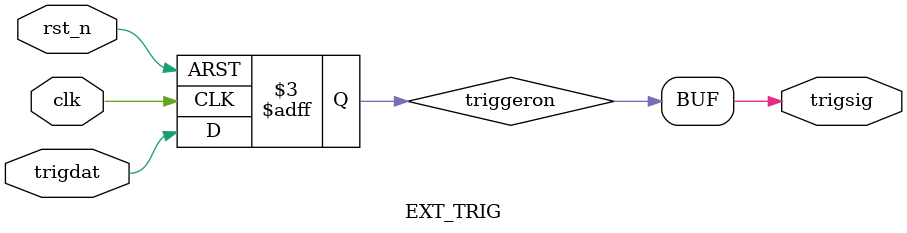
<source format=v>
module EXT_TRIG 
(
  input  clk,
  input  rst_n,
  input  trigdat,
  output trigsig
);
  
  reg triggeron; 
  
  always @(negedge rst_n or posedge clk) 
  begin  
    if (~rst_n) 
	 begin 
	   triggeron <= 1'b0; 
    end 
	 else 
	 begin 
	   triggeron <= trigdat;
	 end
  end

  assign trigsig = triggeron;

endmodule 
</source>
